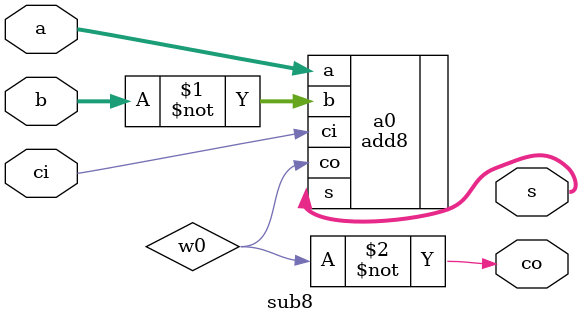
<source format=v>
`timescale 1ns/1ns

module sub8(a, b, ci, co, s); /* define module */
	input  [7:0] a, b;        /* input port (8bit) */
	input        ci;          /* input port (1bit) */
	output       co;          /* output port (1bit) */
	output [7:0] s;           /* output port (8bit) */
	wire         w0;          /* wire (1bit) */
	
	/* connect pre-defined module */
	add8 a0(.a(a), .b(~b), .ci(ci), .co(w0), .s(s));
	
	/* assign output */
	assign co = ~w0;
	
endmodule

</source>
